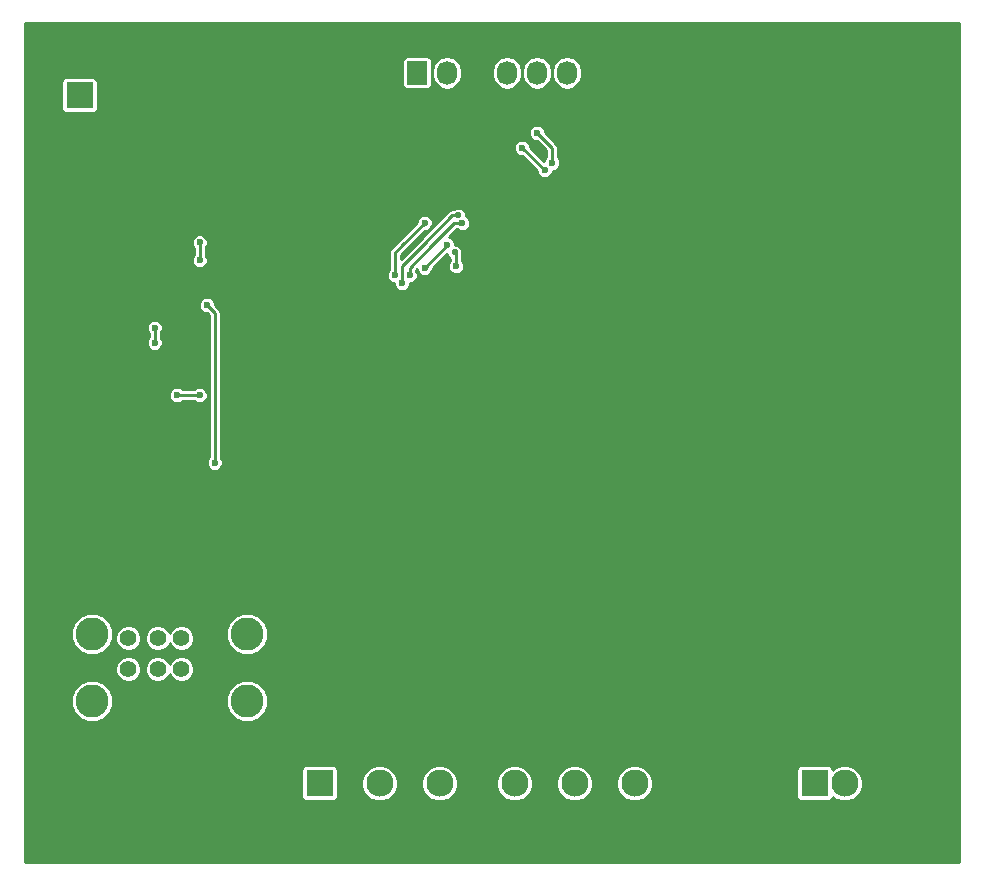
<source format=gbl>
G04 #@! TF.FileFunction,Copper,L2,Bot,Signal*
%FSLAX46Y46*%
G04 Gerber Fmt 4.6, Leading zero omitted, Abs format (unit mm)*
G04 Created by KiCad (PCBNEW 4.0.7) date Sun Dec 10 04:28:40 2017*
%MOMM*%
%LPD*%
G01*
G04 APERTURE LIST*
%ADD10C,0.127000*%
%ADD11C,2.300000*%
%ADD12R,2.300000X2.300000*%
%ADD13R,1.727200X2.032000*%
%ADD14O,1.727200X2.032000*%
%ADD15C,1.420000*%
%ADD16C,2.800000*%
%ADD17C,0.600000*%
%ADD18C,0.550000*%
%ADD19C,0.254000*%
G04 APERTURE END LIST*
D10*
D11*
X49530000Y7155000D03*
X44450000Y7155000D03*
X41910000Y7155000D03*
X46990000Y7155000D03*
X52070000Y7155000D03*
X54610000Y7155000D03*
X38100000Y7155000D03*
X35560000Y7155000D03*
X33020000Y7155000D03*
X30480000Y7155000D03*
X27940000Y7155000D03*
D12*
X25400000Y7155000D03*
X25400000Y7155000D03*
D11*
X27940000Y7155000D03*
X30480000Y7155000D03*
X33020000Y7155000D03*
X35560000Y7155000D03*
X38100000Y7155000D03*
D13*
X33655000Y67310000D03*
D14*
X36195000Y67310000D03*
X38735000Y67310000D03*
X41275000Y67310000D03*
X43815000Y67310000D03*
X46355000Y67310000D03*
D12*
X5080000Y65405000D03*
D11*
X7620000Y65405000D03*
D12*
X67310000Y7155000D03*
D11*
X69850000Y7155000D03*
X72390000Y7155000D03*
X74930000Y7155000D03*
D15*
X9200000Y19440005D03*
X11700000Y19440005D03*
X13700000Y19440005D03*
X16200000Y19440005D03*
X9200000Y16820005D03*
X11700000Y16820005D03*
X13700000Y16820005D03*
X16200000Y16820005D03*
D16*
X19270000Y14110005D03*
X19270000Y19790005D03*
X6130000Y19790005D03*
X6130000Y14110005D03*
D17*
X11430000Y45720000D03*
X11430000Y44450000D03*
X4000000Y53000000D03*
X7000000Y53000000D03*
X75000000Y59000000D03*
X41000000Y51000000D03*
X43523600Y51067364D03*
X39370000Y43815000D03*
X10160000Y46355000D03*
X9525000Y46355000D03*
X8890000Y46355000D03*
X8890000Y48895000D03*
X9525000Y48895000D03*
X10160000Y48895000D03*
X45085000Y44450000D03*
X36195000Y62230000D03*
X38735000Y61595000D03*
X39493838Y55680782D03*
X17780000Y48260000D03*
X12700000Y50165000D03*
X4445000Y53975000D03*
X18415000Y22860000D03*
X15240000Y26670000D03*
X34290000Y54610000D03*
X31750000Y50165000D03*
D18*
X37136400Y55245000D03*
D17*
X32385000Y49530000D03*
X37482196Y54576768D03*
X33020000Y50165000D03*
X42545000Y60960000D03*
X44450000Y59055000D03*
X43815000Y62230000D03*
X45085000Y59690000D03*
X13335000Y40005000D03*
X15240000Y40005000D03*
D18*
X36830000Y52102457D03*
D17*
X36965891Y50943656D03*
X34290000Y50800000D03*
X36195000Y52705000D03*
X15875000Y47625000D03*
X16510000Y34290000D03*
X15240000Y52949401D03*
X15240000Y51435000D03*
D19*
X11430000Y44450000D02*
X11430000Y45720000D01*
X32385000Y52705000D02*
X34290000Y54610000D01*
X31750000Y50165000D02*
X31750000Y52070000D01*
X31750000Y52070000D02*
X32385000Y52705000D01*
X34139100Y52738497D02*
X36645603Y55245000D01*
X36645603Y55245000D02*
X37136400Y55245000D01*
X32385000Y49530000D02*
X32385000Y50984397D01*
X32385000Y50984397D02*
X34139100Y52738497D01*
X34925000Y52705000D02*
X36796768Y54576768D01*
X36796768Y54576768D02*
X37482196Y54576768D01*
X34925000Y52705000D02*
X33020000Y50800000D01*
X33020000Y50800000D02*
X33020000Y50165000D01*
X44450000Y59055000D02*
X42545000Y60960000D01*
X45085000Y59690000D02*
X45085000Y60960000D01*
X45085000Y60960000D02*
X43815000Y62230000D01*
X15240000Y40005000D02*
X13335000Y40005000D01*
X36965891Y50943656D02*
X36965891Y51966566D01*
X36965891Y51966566D02*
X36830000Y52102457D01*
X36195000Y52705000D02*
X34290000Y50800000D01*
X16510000Y34290000D02*
X16510000Y46990000D01*
X16510000Y46990000D02*
X15875000Y47625000D01*
X15240000Y51435000D02*
X15240000Y52949401D01*
G36*
X79544000Y456000D02*
X456000Y456000D01*
X456000Y8305000D01*
X23861536Y8305000D01*
X23861536Y6005000D01*
X23888103Y5863810D01*
X23971546Y5734135D01*
X24098866Y5647141D01*
X24250000Y5616536D01*
X26550000Y5616536D01*
X26691190Y5643103D01*
X26820865Y5726546D01*
X26907859Y5853866D01*
X26938464Y6005000D01*
X26938464Y6851801D01*
X28948735Y6851801D01*
X29181325Y6288891D01*
X29611626Y5857838D01*
X30174129Y5624266D01*
X30783199Y5623735D01*
X31346109Y5856325D01*
X31777162Y6286626D01*
X32010734Y6849129D01*
X32010736Y6851801D01*
X34028735Y6851801D01*
X34261325Y6288891D01*
X34691626Y5857838D01*
X35254129Y5624266D01*
X35863199Y5623735D01*
X36426109Y5856325D01*
X36857162Y6286626D01*
X37090734Y6849129D01*
X37090736Y6851801D01*
X40378735Y6851801D01*
X40611325Y6288891D01*
X41041626Y5857838D01*
X41604129Y5624266D01*
X42213199Y5623735D01*
X42776109Y5856325D01*
X43207162Y6286626D01*
X43440734Y6849129D01*
X43440736Y6851801D01*
X45458735Y6851801D01*
X45691325Y6288891D01*
X46121626Y5857838D01*
X46684129Y5624266D01*
X47293199Y5623735D01*
X47856109Y5856325D01*
X48287162Y6286626D01*
X48520734Y6849129D01*
X48520736Y6851801D01*
X50538735Y6851801D01*
X50771325Y6288891D01*
X51201626Y5857838D01*
X51764129Y5624266D01*
X52373199Y5623735D01*
X52936109Y5856325D01*
X53367162Y6286626D01*
X53600734Y6849129D01*
X53601265Y7458199D01*
X53368675Y8021109D01*
X53085280Y8305000D01*
X65771536Y8305000D01*
X65771536Y6005000D01*
X65798103Y5863810D01*
X65881546Y5734135D01*
X66008866Y5647141D01*
X66160000Y5616536D01*
X68460000Y5616536D01*
X68601190Y5643103D01*
X68730865Y5726546D01*
X68817859Y5853866D01*
X68846146Y5993555D01*
X68981626Y5857838D01*
X69544129Y5624266D01*
X70153199Y5623735D01*
X70716109Y5856325D01*
X71147162Y6286626D01*
X71380734Y6849129D01*
X71381265Y7458199D01*
X71148675Y8021109D01*
X70718374Y8452162D01*
X70155871Y8685734D01*
X69546801Y8686265D01*
X68983891Y8453675D01*
X68846328Y8316352D01*
X68821897Y8446190D01*
X68738454Y8575865D01*
X68611134Y8662859D01*
X68460000Y8693464D01*
X66160000Y8693464D01*
X66018810Y8666897D01*
X65889135Y8583454D01*
X65802141Y8456134D01*
X65771536Y8305000D01*
X53085280Y8305000D01*
X52938374Y8452162D01*
X52375871Y8685734D01*
X51766801Y8686265D01*
X51203891Y8453675D01*
X50772838Y8023374D01*
X50539266Y7460871D01*
X50538735Y6851801D01*
X48520736Y6851801D01*
X48521265Y7458199D01*
X48288675Y8021109D01*
X47858374Y8452162D01*
X47295871Y8685734D01*
X46686801Y8686265D01*
X46123891Y8453675D01*
X45692838Y8023374D01*
X45459266Y7460871D01*
X45458735Y6851801D01*
X43440736Y6851801D01*
X43441265Y7458199D01*
X43208675Y8021109D01*
X42778374Y8452162D01*
X42215871Y8685734D01*
X41606801Y8686265D01*
X41043891Y8453675D01*
X40612838Y8023374D01*
X40379266Y7460871D01*
X40378735Y6851801D01*
X37090736Y6851801D01*
X37091265Y7458199D01*
X36858675Y8021109D01*
X36428374Y8452162D01*
X35865871Y8685734D01*
X35256801Y8686265D01*
X34693891Y8453675D01*
X34262838Y8023374D01*
X34029266Y7460871D01*
X34028735Y6851801D01*
X32010736Y6851801D01*
X32011265Y7458199D01*
X31778675Y8021109D01*
X31348374Y8452162D01*
X30785871Y8685734D01*
X30176801Y8686265D01*
X29613891Y8453675D01*
X29182838Y8023374D01*
X28949266Y7460871D01*
X28948735Y6851801D01*
X26938464Y6851801D01*
X26938464Y8305000D01*
X26911897Y8446190D01*
X26828454Y8575865D01*
X26701134Y8662859D01*
X26550000Y8693464D01*
X24250000Y8693464D01*
X24108810Y8666897D01*
X23979135Y8583454D01*
X23892141Y8456134D01*
X23861536Y8305000D01*
X456000Y8305000D01*
X456000Y13757296D01*
X4348691Y13757296D01*
X4619261Y13102467D01*
X5119827Y12601027D01*
X5774183Y12329315D01*
X6482709Y12328696D01*
X7137538Y12599266D01*
X7638978Y13099832D01*
X7910690Y13754188D01*
X7910692Y13757296D01*
X17488691Y13757296D01*
X17759261Y13102467D01*
X18259827Y12601027D01*
X18914183Y12329315D01*
X19622709Y12328696D01*
X20277538Y12599266D01*
X20778978Y13099832D01*
X21050690Y13754188D01*
X21051309Y14462714D01*
X20780739Y15117543D01*
X20280173Y15618983D01*
X19625817Y15890695D01*
X18917291Y15891314D01*
X18262462Y15620744D01*
X17761022Y15120178D01*
X17489310Y14465822D01*
X17488691Y13757296D01*
X7910692Y13757296D01*
X7911309Y14462714D01*
X7640739Y15117543D01*
X7140173Y15618983D01*
X6485817Y15890695D01*
X5777291Y15891314D01*
X5122462Y15620744D01*
X4621022Y15120178D01*
X4349310Y14465822D01*
X4348691Y13757296D01*
X456000Y13757296D01*
X456000Y16603944D01*
X8108811Y16603944D01*
X8274556Y16202810D01*
X8581191Y15895639D01*
X8982035Y15729195D01*
X9416061Y15728816D01*
X9817195Y15894561D01*
X10124366Y16201196D01*
X10290810Y16602040D01*
X10290811Y16603944D01*
X10608811Y16603944D01*
X10774556Y16202810D01*
X11081191Y15895639D01*
X11482035Y15729195D01*
X11916061Y15728816D01*
X12317195Y15894561D01*
X12624366Y16201196D01*
X12699980Y16383297D01*
X12774556Y16202810D01*
X13081191Y15895639D01*
X13482035Y15729195D01*
X13916061Y15728816D01*
X14317195Y15894561D01*
X14624366Y16201196D01*
X14790810Y16602040D01*
X14791189Y17036066D01*
X14625444Y17437200D01*
X14318809Y17744371D01*
X13917965Y17910815D01*
X13483939Y17911194D01*
X13082805Y17745449D01*
X12775634Y17438814D01*
X12700020Y17256713D01*
X12625444Y17437200D01*
X12318809Y17744371D01*
X11917965Y17910815D01*
X11483939Y17911194D01*
X11082805Y17745449D01*
X10775634Y17438814D01*
X10609190Y17037970D01*
X10608811Y16603944D01*
X10290811Y16603944D01*
X10291189Y17036066D01*
X10125444Y17437200D01*
X9818809Y17744371D01*
X9417965Y17910815D01*
X8983939Y17911194D01*
X8582805Y17745449D01*
X8275634Y17438814D01*
X8109190Y17037970D01*
X8108811Y16603944D01*
X456000Y16603944D01*
X456000Y19437296D01*
X4348691Y19437296D01*
X4619261Y18782467D01*
X5119827Y18281027D01*
X5774183Y18009315D01*
X6482709Y18008696D01*
X7137538Y18279266D01*
X7638978Y18779832D01*
X7823389Y19223944D01*
X8108811Y19223944D01*
X8274556Y18822810D01*
X8581191Y18515639D01*
X8982035Y18349195D01*
X9416061Y18348816D01*
X9817195Y18514561D01*
X10124366Y18821196D01*
X10290810Y19222040D01*
X10290811Y19223944D01*
X10608811Y19223944D01*
X10774556Y18822810D01*
X11081191Y18515639D01*
X11482035Y18349195D01*
X11916061Y18348816D01*
X12317195Y18514561D01*
X12624366Y18821196D01*
X12699980Y19003297D01*
X12774556Y18822810D01*
X13081191Y18515639D01*
X13482035Y18349195D01*
X13916061Y18348816D01*
X14317195Y18514561D01*
X14624366Y18821196D01*
X14790810Y19222040D01*
X14790997Y19437296D01*
X17488691Y19437296D01*
X17759261Y18782467D01*
X18259827Y18281027D01*
X18914183Y18009315D01*
X19622709Y18008696D01*
X20277538Y18279266D01*
X20778978Y18779832D01*
X21050690Y19434188D01*
X21051309Y20142714D01*
X20780739Y20797543D01*
X20280173Y21298983D01*
X19625817Y21570695D01*
X18917291Y21571314D01*
X18262462Y21300744D01*
X17761022Y20800178D01*
X17489310Y20145822D01*
X17488691Y19437296D01*
X14790997Y19437296D01*
X14791189Y19656066D01*
X14625444Y20057200D01*
X14318809Y20364371D01*
X13917965Y20530815D01*
X13483939Y20531194D01*
X13082805Y20365449D01*
X12775634Y20058814D01*
X12700020Y19876713D01*
X12625444Y20057200D01*
X12318809Y20364371D01*
X11917965Y20530815D01*
X11483939Y20531194D01*
X11082805Y20365449D01*
X10775634Y20058814D01*
X10609190Y19657970D01*
X10608811Y19223944D01*
X10290811Y19223944D01*
X10291189Y19656066D01*
X10125444Y20057200D01*
X9818809Y20364371D01*
X9417965Y20530815D01*
X8983939Y20531194D01*
X8582805Y20365449D01*
X8275634Y20058814D01*
X8109190Y19657970D01*
X8108811Y19223944D01*
X7823389Y19223944D01*
X7910690Y19434188D01*
X7911309Y20142714D01*
X7640739Y20797543D01*
X7140173Y21298983D01*
X6485817Y21570695D01*
X5777291Y21571314D01*
X5122462Y21300744D01*
X4621022Y20800178D01*
X4349310Y20145822D01*
X4348691Y19437296D01*
X456000Y19437296D01*
X456000Y39870135D01*
X12653882Y39870135D01*
X12757339Y39619748D01*
X12948741Y39428013D01*
X13198946Y39324118D01*
X13469865Y39323882D01*
X13720252Y39427339D01*
X13790034Y39497000D01*
X14784874Y39497000D01*
X14853741Y39428013D01*
X15103946Y39324118D01*
X15374865Y39323882D01*
X15625252Y39427339D01*
X15816987Y39618741D01*
X15920882Y39868946D01*
X15921118Y40139865D01*
X15817661Y40390252D01*
X15626259Y40581987D01*
X15376054Y40685882D01*
X15105135Y40686118D01*
X14854748Y40582661D01*
X14784966Y40513000D01*
X13790126Y40513000D01*
X13721259Y40581987D01*
X13471054Y40685882D01*
X13200135Y40686118D01*
X12949748Y40582661D01*
X12758013Y40391259D01*
X12654118Y40141054D01*
X12653882Y39870135D01*
X456000Y39870135D01*
X456000Y45585135D01*
X10748882Y45585135D01*
X10852339Y45334748D01*
X10922000Y45264966D01*
X10922000Y44905126D01*
X10853013Y44836259D01*
X10749118Y44586054D01*
X10748882Y44315135D01*
X10852339Y44064748D01*
X11043741Y43873013D01*
X11293946Y43769118D01*
X11564865Y43768882D01*
X11815252Y43872339D01*
X12006987Y44063741D01*
X12110882Y44313946D01*
X12111118Y44584865D01*
X12007661Y44835252D01*
X11938000Y44905034D01*
X11938000Y45264874D01*
X12006987Y45333741D01*
X12110882Y45583946D01*
X12111118Y45854865D01*
X12007661Y46105252D01*
X11816259Y46296987D01*
X11566054Y46400882D01*
X11295135Y46401118D01*
X11044748Y46297661D01*
X10853013Y46106259D01*
X10749118Y45856054D01*
X10748882Y45585135D01*
X456000Y45585135D01*
X456000Y47490135D01*
X15193882Y47490135D01*
X15297339Y47239748D01*
X15488741Y47048013D01*
X15738946Y46944118D01*
X15837547Y46944032D01*
X16002000Y46779579D01*
X16002000Y34745126D01*
X15933013Y34676259D01*
X15829118Y34426054D01*
X15828882Y34155135D01*
X15932339Y33904748D01*
X16123741Y33713013D01*
X16373946Y33609118D01*
X16644865Y33608882D01*
X16895252Y33712339D01*
X17086987Y33903741D01*
X17190882Y34153946D01*
X17191118Y34424865D01*
X17087661Y34675252D01*
X17018000Y34745034D01*
X17018000Y46990000D01*
X16979331Y47184403D01*
X16869211Y47349210D01*
X16556033Y47662387D01*
X16556118Y47759865D01*
X16452661Y48010252D01*
X16261259Y48201987D01*
X16011054Y48305882D01*
X15740135Y48306118D01*
X15489748Y48202661D01*
X15298013Y48011259D01*
X15194118Y47761054D01*
X15193882Y47490135D01*
X456000Y47490135D01*
X456000Y50030135D01*
X31068882Y50030135D01*
X31172339Y49779748D01*
X31363741Y49588013D01*
X31613946Y49484118D01*
X31703959Y49484040D01*
X31703882Y49395135D01*
X31807339Y49144748D01*
X31998741Y48953013D01*
X32248946Y48849118D01*
X32519865Y48848882D01*
X32770252Y48952339D01*
X32961987Y49143741D01*
X33065882Y49393946D01*
X33065960Y49483959D01*
X33154865Y49483882D01*
X33405252Y49587339D01*
X33596987Y49778741D01*
X33700882Y50028946D01*
X33701118Y50299865D01*
X33597661Y50550252D01*
X33543214Y50604794D01*
X33608887Y50670467D01*
X33608882Y50665135D01*
X33712339Y50414748D01*
X33903741Y50223013D01*
X34153946Y50119118D01*
X34424865Y50118882D01*
X34675252Y50222339D01*
X34866987Y50413741D01*
X34970882Y50663946D01*
X34970968Y50762548D01*
X36175955Y51967535D01*
X36273546Y51731348D01*
X36457891Y51546681D01*
X36457891Y51398782D01*
X36388904Y51329915D01*
X36285009Y51079710D01*
X36284773Y50808791D01*
X36388230Y50558404D01*
X36579632Y50366669D01*
X36829837Y50262774D01*
X37100756Y50262538D01*
X37351143Y50365995D01*
X37542878Y50557397D01*
X37646773Y50807602D01*
X37647009Y51078521D01*
X37543552Y51328908D01*
X37473891Y51398690D01*
X37473891Y51942511D01*
X37485886Y51971398D01*
X37486114Y52232371D01*
X37386454Y52473566D01*
X37202079Y52658263D01*
X36961059Y52758343D01*
X36876047Y52758417D01*
X36876118Y52839865D01*
X36772661Y53090252D01*
X36581259Y53281987D01*
X36331054Y53385882D01*
X36324308Y53385888D01*
X37007188Y54068768D01*
X37027070Y54068768D01*
X37095937Y53999781D01*
X37346142Y53895886D01*
X37617061Y53895650D01*
X37867448Y53999107D01*
X38059183Y54190509D01*
X38163078Y54440714D01*
X38163314Y54711633D01*
X38059857Y54962020D01*
X37868455Y55153755D01*
X37792348Y55185357D01*
X37792514Y55374914D01*
X37692854Y55616109D01*
X37508479Y55800806D01*
X37267459Y55900886D01*
X37006486Y55901114D01*
X36765291Y55801454D01*
X36716752Y55753000D01*
X36645603Y55753000D01*
X36451200Y55714331D01*
X36286393Y55604211D01*
X33779890Y53097707D01*
X32258000Y51575817D01*
X32258000Y51859580D01*
X32744211Y52345790D01*
X32744213Y52345793D01*
X34327387Y53928967D01*
X34424865Y53928882D01*
X34675252Y54032339D01*
X34866987Y54223741D01*
X34970882Y54473946D01*
X34971118Y54744865D01*
X34867661Y54995252D01*
X34676259Y55186987D01*
X34426054Y55290882D01*
X34155135Y55291118D01*
X33904748Y55187661D01*
X33713013Y54996259D01*
X33609118Y54746054D01*
X33609032Y54647452D01*
X32025793Y53064213D01*
X32025790Y53064211D01*
X31390790Y52429210D01*
X31280669Y52264403D01*
X31242000Y52070000D01*
X31242000Y50620126D01*
X31173013Y50551259D01*
X31069118Y50301054D01*
X31068882Y50030135D01*
X456000Y50030135D01*
X456000Y52814536D01*
X14558882Y52814536D01*
X14662339Y52564149D01*
X14732000Y52494367D01*
X14732000Y51890126D01*
X14663013Y51821259D01*
X14559118Y51571054D01*
X14558882Y51300135D01*
X14662339Y51049748D01*
X14853741Y50858013D01*
X15103946Y50754118D01*
X15374865Y50753882D01*
X15625252Y50857339D01*
X15816987Y51048741D01*
X15920882Y51298946D01*
X15921118Y51569865D01*
X15817661Y51820252D01*
X15748000Y51890034D01*
X15748000Y52494275D01*
X15816987Y52563142D01*
X15920882Y52813347D01*
X15921118Y53084266D01*
X15817661Y53334653D01*
X15626259Y53526388D01*
X15376054Y53630283D01*
X15105135Y53630519D01*
X14854748Y53527062D01*
X14663013Y53335660D01*
X14559118Y53085455D01*
X14558882Y52814536D01*
X456000Y52814536D01*
X456000Y60825135D01*
X41863882Y60825135D01*
X41967339Y60574748D01*
X42158741Y60383013D01*
X42408946Y60279118D01*
X42507548Y60279032D01*
X43768967Y59017613D01*
X43768882Y58920135D01*
X43872339Y58669748D01*
X44063741Y58478013D01*
X44313946Y58374118D01*
X44584865Y58373882D01*
X44835252Y58477339D01*
X45026987Y58668741D01*
X45130882Y58918946D01*
X45130960Y59008959D01*
X45219865Y59008882D01*
X45470252Y59112339D01*
X45661987Y59303741D01*
X45765882Y59553946D01*
X45766118Y59824865D01*
X45662661Y60075252D01*
X45593000Y60145034D01*
X45593000Y60960000D01*
X45554331Y61154403D01*
X45554331Y61154404D01*
X45444210Y61319210D01*
X44496033Y62267387D01*
X44496118Y62364865D01*
X44392661Y62615252D01*
X44201259Y62806987D01*
X43951054Y62910882D01*
X43680135Y62911118D01*
X43429748Y62807661D01*
X43238013Y62616259D01*
X43134118Y62366054D01*
X43133882Y62095135D01*
X43237339Y61844748D01*
X43428741Y61653013D01*
X43678946Y61549118D01*
X43777548Y61549032D01*
X44577000Y60749580D01*
X44577000Y60145126D01*
X44508013Y60076259D01*
X44404118Y59826054D01*
X44404112Y59819308D01*
X43226033Y60997387D01*
X43226118Y61094865D01*
X43122661Y61345252D01*
X42931259Y61536987D01*
X42681054Y61640882D01*
X42410135Y61641118D01*
X42159748Y61537661D01*
X41968013Y61346259D01*
X41864118Y61096054D01*
X41863882Y60825135D01*
X456000Y60825135D01*
X456000Y66555000D01*
X3541536Y66555000D01*
X3541536Y64255000D01*
X3568103Y64113810D01*
X3651546Y63984135D01*
X3778866Y63897141D01*
X3930000Y63866536D01*
X6230000Y63866536D01*
X6371190Y63893103D01*
X6500865Y63976546D01*
X6587859Y64103866D01*
X6618464Y64255000D01*
X6618464Y66555000D01*
X6591897Y66696190D01*
X6508454Y66825865D01*
X6381134Y66912859D01*
X6230000Y66943464D01*
X3930000Y66943464D01*
X3788810Y66916897D01*
X3659135Y66833454D01*
X3572141Y66706134D01*
X3541536Y66555000D01*
X456000Y66555000D01*
X456000Y68326000D01*
X32402936Y68326000D01*
X32402936Y66294000D01*
X32429503Y66152810D01*
X32512946Y66023135D01*
X32640266Y65936141D01*
X32791400Y65905536D01*
X34518600Y65905536D01*
X34659790Y65932103D01*
X34789465Y66015546D01*
X34876459Y66142866D01*
X34907064Y66294000D01*
X34907064Y67489769D01*
X34950400Y67489769D01*
X34950400Y67130231D01*
X35045140Y66653943D01*
X35314935Y66250166D01*
X35718712Y65980371D01*
X36195000Y65885631D01*
X36671288Y65980371D01*
X37075065Y66250166D01*
X37344860Y66653943D01*
X37439600Y67130231D01*
X37439600Y67489769D01*
X40030400Y67489769D01*
X40030400Y67130231D01*
X40125140Y66653943D01*
X40394935Y66250166D01*
X40798712Y65980371D01*
X41275000Y65885631D01*
X41751288Y65980371D01*
X42155065Y66250166D01*
X42424860Y66653943D01*
X42519600Y67130231D01*
X42519600Y67489769D01*
X42570400Y67489769D01*
X42570400Y67130231D01*
X42665140Y66653943D01*
X42934935Y66250166D01*
X43338712Y65980371D01*
X43815000Y65885631D01*
X44291288Y65980371D01*
X44695065Y66250166D01*
X44964860Y66653943D01*
X45059600Y67130231D01*
X45059600Y67489769D01*
X45110400Y67489769D01*
X45110400Y67130231D01*
X45205140Y66653943D01*
X45474935Y66250166D01*
X45878712Y65980371D01*
X46355000Y65885631D01*
X46831288Y65980371D01*
X47235065Y66250166D01*
X47504860Y66653943D01*
X47599600Y67130231D01*
X47599600Y67489769D01*
X47504860Y67966057D01*
X47235065Y68369834D01*
X46831288Y68639629D01*
X46355000Y68734369D01*
X45878712Y68639629D01*
X45474935Y68369834D01*
X45205140Y67966057D01*
X45110400Y67489769D01*
X45059600Y67489769D01*
X44964860Y67966057D01*
X44695065Y68369834D01*
X44291288Y68639629D01*
X43815000Y68734369D01*
X43338712Y68639629D01*
X42934935Y68369834D01*
X42665140Y67966057D01*
X42570400Y67489769D01*
X42519600Y67489769D01*
X42424860Y67966057D01*
X42155065Y68369834D01*
X41751288Y68639629D01*
X41275000Y68734369D01*
X40798712Y68639629D01*
X40394935Y68369834D01*
X40125140Y67966057D01*
X40030400Y67489769D01*
X37439600Y67489769D01*
X37344860Y67966057D01*
X37075065Y68369834D01*
X36671288Y68639629D01*
X36195000Y68734369D01*
X35718712Y68639629D01*
X35314935Y68369834D01*
X35045140Y67966057D01*
X34950400Y67489769D01*
X34907064Y67489769D01*
X34907064Y68326000D01*
X34880497Y68467190D01*
X34797054Y68596865D01*
X34669734Y68683859D01*
X34518600Y68714464D01*
X32791400Y68714464D01*
X32650210Y68687897D01*
X32520535Y68604454D01*
X32433541Y68477134D01*
X32402936Y68326000D01*
X456000Y68326000D01*
X456000Y71544000D01*
X79544000Y71544000D01*
X79544000Y456000D01*
X79544000Y456000D01*
G37*
X79544000Y456000D02*
X456000Y456000D01*
X456000Y8305000D01*
X23861536Y8305000D01*
X23861536Y6005000D01*
X23888103Y5863810D01*
X23971546Y5734135D01*
X24098866Y5647141D01*
X24250000Y5616536D01*
X26550000Y5616536D01*
X26691190Y5643103D01*
X26820865Y5726546D01*
X26907859Y5853866D01*
X26938464Y6005000D01*
X26938464Y6851801D01*
X28948735Y6851801D01*
X29181325Y6288891D01*
X29611626Y5857838D01*
X30174129Y5624266D01*
X30783199Y5623735D01*
X31346109Y5856325D01*
X31777162Y6286626D01*
X32010734Y6849129D01*
X32010736Y6851801D01*
X34028735Y6851801D01*
X34261325Y6288891D01*
X34691626Y5857838D01*
X35254129Y5624266D01*
X35863199Y5623735D01*
X36426109Y5856325D01*
X36857162Y6286626D01*
X37090734Y6849129D01*
X37090736Y6851801D01*
X40378735Y6851801D01*
X40611325Y6288891D01*
X41041626Y5857838D01*
X41604129Y5624266D01*
X42213199Y5623735D01*
X42776109Y5856325D01*
X43207162Y6286626D01*
X43440734Y6849129D01*
X43440736Y6851801D01*
X45458735Y6851801D01*
X45691325Y6288891D01*
X46121626Y5857838D01*
X46684129Y5624266D01*
X47293199Y5623735D01*
X47856109Y5856325D01*
X48287162Y6286626D01*
X48520734Y6849129D01*
X48520736Y6851801D01*
X50538735Y6851801D01*
X50771325Y6288891D01*
X51201626Y5857838D01*
X51764129Y5624266D01*
X52373199Y5623735D01*
X52936109Y5856325D01*
X53367162Y6286626D01*
X53600734Y6849129D01*
X53601265Y7458199D01*
X53368675Y8021109D01*
X53085280Y8305000D01*
X65771536Y8305000D01*
X65771536Y6005000D01*
X65798103Y5863810D01*
X65881546Y5734135D01*
X66008866Y5647141D01*
X66160000Y5616536D01*
X68460000Y5616536D01*
X68601190Y5643103D01*
X68730865Y5726546D01*
X68817859Y5853866D01*
X68846146Y5993555D01*
X68981626Y5857838D01*
X69544129Y5624266D01*
X70153199Y5623735D01*
X70716109Y5856325D01*
X71147162Y6286626D01*
X71380734Y6849129D01*
X71381265Y7458199D01*
X71148675Y8021109D01*
X70718374Y8452162D01*
X70155871Y8685734D01*
X69546801Y8686265D01*
X68983891Y8453675D01*
X68846328Y8316352D01*
X68821897Y8446190D01*
X68738454Y8575865D01*
X68611134Y8662859D01*
X68460000Y8693464D01*
X66160000Y8693464D01*
X66018810Y8666897D01*
X65889135Y8583454D01*
X65802141Y8456134D01*
X65771536Y8305000D01*
X53085280Y8305000D01*
X52938374Y8452162D01*
X52375871Y8685734D01*
X51766801Y8686265D01*
X51203891Y8453675D01*
X50772838Y8023374D01*
X50539266Y7460871D01*
X50538735Y6851801D01*
X48520736Y6851801D01*
X48521265Y7458199D01*
X48288675Y8021109D01*
X47858374Y8452162D01*
X47295871Y8685734D01*
X46686801Y8686265D01*
X46123891Y8453675D01*
X45692838Y8023374D01*
X45459266Y7460871D01*
X45458735Y6851801D01*
X43440736Y6851801D01*
X43441265Y7458199D01*
X43208675Y8021109D01*
X42778374Y8452162D01*
X42215871Y8685734D01*
X41606801Y8686265D01*
X41043891Y8453675D01*
X40612838Y8023374D01*
X40379266Y7460871D01*
X40378735Y6851801D01*
X37090736Y6851801D01*
X37091265Y7458199D01*
X36858675Y8021109D01*
X36428374Y8452162D01*
X35865871Y8685734D01*
X35256801Y8686265D01*
X34693891Y8453675D01*
X34262838Y8023374D01*
X34029266Y7460871D01*
X34028735Y6851801D01*
X32010736Y6851801D01*
X32011265Y7458199D01*
X31778675Y8021109D01*
X31348374Y8452162D01*
X30785871Y8685734D01*
X30176801Y8686265D01*
X29613891Y8453675D01*
X29182838Y8023374D01*
X28949266Y7460871D01*
X28948735Y6851801D01*
X26938464Y6851801D01*
X26938464Y8305000D01*
X26911897Y8446190D01*
X26828454Y8575865D01*
X26701134Y8662859D01*
X26550000Y8693464D01*
X24250000Y8693464D01*
X24108810Y8666897D01*
X23979135Y8583454D01*
X23892141Y8456134D01*
X23861536Y8305000D01*
X456000Y8305000D01*
X456000Y13757296D01*
X4348691Y13757296D01*
X4619261Y13102467D01*
X5119827Y12601027D01*
X5774183Y12329315D01*
X6482709Y12328696D01*
X7137538Y12599266D01*
X7638978Y13099832D01*
X7910690Y13754188D01*
X7910692Y13757296D01*
X17488691Y13757296D01*
X17759261Y13102467D01*
X18259827Y12601027D01*
X18914183Y12329315D01*
X19622709Y12328696D01*
X20277538Y12599266D01*
X20778978Y13099832D01*
X21050690Y13754188D01*
X21051309Y14462714D01*
X20780739Y15117543D01*
X20280173Y15618983D01*
X19625817Y15890695D01*
X18917291Y15891314D01*
X18262462Y15620744D01*
X17761022Y15120178D01*
X17489310Y14465822D01*
X17488691Y13757296D01*
X7910692Y13757296D01*
X7911309Y14462714D01*
X7640739Y15117543D01*
X7140173Y15618983D01*
X6485817Y15890695D01*
X5777291Y15891314D01*
X5122462Y15620744D01*
X4621022Y15120178D01*
X4349310Y14465822D01*
X4348691Y13757296D01*
X456000Y13757296D01*
X456000Y16603944D01*
X8108811Y16603944D01*
X8274556Y16202810D01*
X8581191Y15895639D01*
X8982035Y15729195D01*
X9416061Y15728816D01*
X9817195Y15894561D01*
X10124366Y16201196D01*
X10290810Y16602040D01*
X10290811Y16603944D01*
X10608811Y16603944D01*
X10774556Y16202810D01*
X11081191Y15895639D01*
X11482035Y15729195D01*
X11916061Y15728816D01*
X12317195Y15894561D01*
X12624366Y16201196D01*
X12699980Y16383297D01*
X12774556Y16202810D01*
X13081191Y15895639D01*
X13482035Y15729195D01*
X13916061Y15728816D01*
X14317195Y15894561D01*
X14624366Y16201196D01*
X14790810Y16602040D01*
X14791189Y17036066D01*
X14625444Y17437200D01*
X14318809Y17744371D01*
X13917965Y17910815D01*
X13483939Y17911194D01*
X13082805Y17745449D01*
X12775634Y17438814D01*
X12700020Y17256713D01*
X12625444Y17437200D01*
X12318809Y17744371D01*
X11917965Y17910815D01*
X11483939Y17911194D01*
X11082805Y17745449D01*
X10775634Y17438814D01*
X10609190Y17037970D01*
X10608811Y16603944D01*
X10290811Y16603944D01*
X10291189Y17036066D01*
X10125444Y17437200D01*
X9818809Y17744371D01*
X9417965Y17910815D01*
X8983939Y17911194D01*
X8582805Y17745449D01*
X8275634Y17438814D01*
X8109190Y17037970D01*
X8108811Y16603944D01*
X456000Y16603944D01*
X456000Y19437296D01*
X4348691Y19437296D01*
X4619261Y18782467D01*
X5119827Y18281027D01*
X5774183Y18009315D01*
X6482709Y18008696D01*
X7137538Y18279266D01*
X7638978Y18779832D01*
X7823389Y19223944D01*
X8108811Y19223944D01*
X8274556Y18822810D01*
X8581191Y18515639D01*
X8982035Y18349195D01*
X9416061Y18348816D01*
X9817195Y18514561D01*
X10124366Y18821196D01*
X10290810Y19222040D01*
X10290811Y19223944D01*
X10608811Y19223944D01*
X10774556Y18822810D01*
X11081191Y18515639D01*
X11482035Y18349195D01*
X11916061Y18348816D01*
X12317195Y18514561D01*
X12624366Y18821196D01*
X12699980Y19003297D01*
X12774556Y18822810D01*
X13081191Y18515639D01*
X13482035Y18349195D01*
X13916061Y18348816D01*
X14317195Y18514561D01*
X14624366Y18821196D01*
X14790810Y19222040D01*
X14790997Y19437296D01*
X17488691Y19437296D01*
X17759261Y18782467D01*
X18259827Y18281027D01*
X18914183Y18009315D01*
X19622709Y18008696D01*
X20277538Y18279266D01*
X20778978Y18779832D01*
X21050690Y19434188D01*
X21051309Y20142714D01*
X20780739Y20797543D01*
X20280173Y21298983D01*
X19625817Y21570695D01*
X18917291Y21571314D01*
X18262462Y21300744D01*
X17761022Y20800178D01*
X17489310Y20145822D01*
X17488691Y19437296D01*
X14790997Y19437296D01*
X14791189Y19656066D01*
X14625444Y20057200D01*
X14318809Y20364371D01*
X13917965Y20530815D01*
X13483939Y20531194D01*
X13082805Y20365449D01*
X12775634Y20058814D01*
X12700020Y19876713D01*
X12625444Y20057200D01*
X12318809Y20364371D01*
X11917965Y20530815D01*
X11483939Y20531194D01*
X11082805Y20365449D01*
X10775634Y20058814D01*
X10609190Y19657970D01*
X10608811Y19223944D01*
X10290811Y19223944D01*
X10291189Y19656066D01*
X10125444Y20057200D01*
X9818809Y20364371D01*
X9417965Y20530815D01*
X8983939Y20531194D01*
X8582805Y20365449D01*
X8275634Y20058814D01*
X8109190Y19657970D01*
X8108811Y19223944D01*
X7823389Y19223944D01*
X7910690Y19434188D01*
X7911309Y20142714D01*
X7640739Y20797543D01*
X7140173Y21298983D01*
X6485817Y21570695D01*
X5777291Y21571314D01*
X5122462Y21300744D01*
X4621022Y20800178D01*
X4349310Y20145822D01*
X4348691Y19437296D01*
X456000Y19437296D01*
X456000Y39870135D01*
X12653882Y39870135D01*
X12757339Y39619748D01*
X12948741Y39428013D01*
X13198946Y39324118D01*
X13469865Y39323882D01*
X13720252Y39427339D01*
X13790034Y39497000D01*
X14784874Y39497000D01*
X14853741Y39428013D01*
X15103946Y39324118D01*
X15374865Y39323882D01*
X15625252Y39427339D01*
X15816987Y39618741D01*
X15920882Y39868946D01*
X15921118Y40139865D01*
X15817661Y40390252D01*
X15626259Y40581987D01*
X15376054Y40685882D01*
X15105135Y40686118D01*
X14854748Y40582661D01*
X14784966Y40513000D01*
X13790126Y40513000D01*
X13721259Y40581987D01*
X13471054Y40685882D01*
X13200135Y40686118D01*
X12949748Y40582661D01*
X12758013Y40391259D01*
X12654118Y40141054D01*
X12653882Y39870135D01*
X456000Y39870135D01*
X456000Y45585135D01*
X10748882Y45585135D01*
X10852339Y45334748D01*
X10922000Y45264966D01*
X10922000Y44905126D01*
X10853013Y44836259D01*
X10749118Y44586054D01*
X10748882Y44315135D01*
X10852339Y44064748D01*
X11043741Y43873013D01*
X11293946Y43769118D01*
X11564865Y43768882D01*
X11815252Y43872339D01*
X12006987Y44063741D01*
X12110882Y44313946D01*
X12111118Y44584865D01*
X12007661Y44835252D01*
X11938000Y44905034D01*
X11938000Y45264874D01*
X12006987Y45333741D01*
X12110882Y45583946D01*
X12111118Y45854865D01*
X12007661Y46105252D01*
X11816259Y46296987D01*
X11566054Y46400882D01*
X11295135Y46401118D01*
X11044748Y46297661D01*
X10853013Y46106259D01*
X10749118Y45856054D01*
X10748882Y45585135D01*
X456000Y45585135D01*
X456000Y47490135D01*
X15193882Y47490135D01*
X15297339Y47239748D01*
X15488741Y47048013D01*
X15738946Y46944118D01*
X15837547Y46944032D01*
X16002000Y46779579D01*
X16002000Y34745126D01*
X15933013Y34676259D01*
X15829118Y34426054D01*
X15828882Y34155135D01*
X15932339Y33904748D01*
X16123741Y33713013D01*
X16373946Y33609118D01*
X16644865Y33608882D01*
X16895252Y33712339D01*
X17086987Y33903741D01*
X17190882Y34153946D01*
X17191118Y34424865D01*
X17087661Y34675252D01*
X17018000Y34745034D01*
X17018000Y46990000D01*
X16979331Y47184403D01*
X16869211Y47349210D01*
X16556033Y47662387D01*
X16556118Y47759865D01*
X16452661Y48010252D01*
X16261259Y48201987D01*
X16011054Y48305882D01*
X15740135Y48306118D01*
X15489748Y48202661D01*
X15298013Y48011259D01*
X15194118Y47761054D01*
X15193882Y47490135D01*
X456000Y47490135D01*
X456000Y50030135D01*
X31068882Y50030135D01*
X31172339Y49779748D01*
X31363741Y49588013D01*
X31613946Y49484118D01*
X31703959Y49484040D01*
X31703882Y49395135D01*
X31807339Y49144748D01*
X31998741Y48953013D01*
X32248946Y48849118D01*
X32519865Y48848882D01*
X32770252Y48952339D01*
X32961987Y49143741D01*
X33065882Y49393946D01*
X33065960Y49483959D01*
X33154865Y49483882D01*
X33405252Y49587339D01*
X33596987Y49778741D01*
X33700882Y50028946D01*
X33701118Y50299865D01*
X33597661Y50550252D01*
X33543214Y50604794D01*
X33608887Y50670467D01*
X33608882Y50665135D01*
X33712339Y50414748D01*
X33903741Y50223013D01*
X34153946Y50119118D01*
X34424865Y50118882D01*
X34675252Y50222339D01*
X34866987Y50413741D01*
X34970882Y50663946D01*
X34970968Y50762548D01*
X36175955Y51967535D01*
X36273546Y51731348D01*
X36457891Y51546681D01*
X36457891Y51398782D01*
X36388904Y51329915D01*
X36285009Y51079710D01*
X36284773Y50808791D01*
X36388230Y50558404D01*
X36579632Y50366669D01*
X36829837Y50262774D01*
X37100756Y50262538D01*
X37351143Y50365995D01*
X37542878Y50557397D01*
X37646773Y50807602D01*
X37647009Y51078521D01*
X37543552Y51328908D01*
X37473891Y51398690D01*
X37473891Y51942511D01*
X37485886Y51971398D01*
X37486114Y52232371D01*
X37386454Y52473566D01*
X37202079Y52658263D01*
X36961059Y52758343D01*
X36876047Y52758417D01*
X36876118Y52839865D01*
X36772661Y53090252D01*
X36581259Y53281987D01*
X36331054Y53385882D01*
X36324308Y53385888D01*
X37007188Y54068768D01*
X37027070Y54068768D01*
X37095937Y53999781D01*
X37346142Y53895886D01*
X37617061Y53895650D01*
X37867448Y53999107D01*
X38059183Y54190509D01*
X38163078Y54440714D01*
X38163314Y54711633D01*
X38059857Y54962020D01*
X37868455Y55153755D01*
X37792348Y55185357D01*
X37792514Y55374914D01*
X37692854Y55616109D01*
X37508479Y55800806D01*
X37267459Y55900886D01*
X37006486Y55901114D01*
X36765291Y55801454D01*
X36716752Y55753000D01*
X36645603Y55753000D01*
X36451200Y55714331D01*
X36286393Y55604211D01*
X33779890Y53097707D01*
X32258000Y51575817D01*
X32258000Y51859580D01*
X32744211Y52345790D01*
X32744213Y52345793D01*
X34327387Y53928967D01*
X34424865Y53928882D01*
X34675252Y54032339D01*
X34866987Y54223741D01*
X34970882Y54473946D01*
X34971118Y54744865D01*
X34867661Y54995252D01*
X34676259Y55186987D01*
X34426054Y55290882D01*
X34155135Y55291118D01*
X33904748Y55187661D01*
X33713013Y54996259D01*
X33609118Y54746054D01*
X33609032Y54647452D01*
X32025793Y53064213D01*
X32025790Y53064211D01*
X31390790Y52429210D01*
X31280669Y52264403D01*
X31242000Y52070000D01*
X31242000Y50620126D01*
X31173013Y50551259D01*
X31069118Y50301054D01*
X31068882Y50030135D01*
X456000Y50030135D01*
X456000Y52814536D01*
X14558882Y52814536D01*
X14662339Y52564149D01*
X14732000Y52494367D01*
X14732000Y51890126D01*
X14663013Y51821259D01*
X14559118Y51571054D01*
X14558882Y51300135D01*
X14662339Y51049748D01*
X14853741Y50858013D01*
X15103946Y50754118D01*
X15374865Y50753882D01*
X15625252Y50857339D01*
X15816987Y51048741D01*
X15920882Y51298946D01*
X15921118Y51569865D01*
X15817661Y51820252D01*
X15748000Y51890034D01*
X15748000Y52494275D01*
X15816987Y52563142D01*
X15920882Y52813347D01*
X15921118Y53084266D01*
X15817661Y53334653D01*
X15626259Y53526388D01*
X15376054Y53630283D01*
X15105135Y53630519D01*
X14854748Y53527062D01*
X14663013Y53335660D01*
X14559118Y53085455D01*
X14558882Y52814536D01*
X456000Y52814536D01*
X456000Y60825135D01*
X41863882Y60825135D01*
X41967339Y60574748D01*
X42158741Y60383013D01*
X42408946Y60279118D01*
X42507548Y60279032D01*
X43768967Y59017613D01*
X43768882Y58920135D01*
X43872339Y58669748D01*
X44063741Y58478013D01*
X44313946Y58374118D01*
X44584865Y58373882D01*
X44835252Y58477339D01*
X45026987Y58668741D01*
X45130882Y58918946D01*
X45130960Y59008959D01*
X45219865Y59008882D01*
X45470252Y59112339D01*
X45661987Y59303741D01*
X45765882Y59553946D01*
X45766118Y59824865D01*
X45662661Y60075252D01*
X45593000Y60145034D01*
X45593000Y60960000D01*
X45554331Y61154403D01*
X45554331Y61154404D01*
X45444210Y61319210D01*
X44496033Y62267387D01*
X44496118Y62364865D01*
X44392661Y62615252D01*
X44201259Y62806987D01*
X43951054Y62910882D01*
X43680135Y62911118D01*
X43429748Y62807661D01*
X43238013Y62616259D01*
X43134118Y62366054D01*
X43133882Y62095135D01*
X43237339Y61844748D01*
X43428741Y61653013D01*
X43678946Y61549118D01*
X43777548Y61549032D01*
X44577000Y60749580D01*
X44577000Y60145126D01*
X44508013Y60076259D01*
X44404118Y59826054D01*
X44404112Y59819308D01*
X43226033Y60997387D01*
X43226118Y61094865D01*
X43122661Y61345252D01*
X42931259Y61536987D01*
X42681054Y61640882D01*
X42410135Y61641118D01*
X42159748Y61537661D01*
X41968013Y61346259D01*
X41864118Y61096054D01*
X41863882Y60825135D01*
X456000Y60825135D01*
X456000Y66555000D01*
X3541536Y66555000D01*
X3541536Y64255000D01*
X3568103Y64113810D01*
X3651546Y63984135D01*
X3778866Y63897141D01*
X3930000Y63866536D01*
X6230000Y63866536D01*
X6371190Y63893103D01*
X6500865Y63976546D01*
X6587859Y64103866D01*
X6618464Y64255000D01*
X6618464Y66555000D01*
X6591897Y66696190D01*
X6508454Y66825865D01*
X6381134Y66912859D01*
X6230000Y66943464D01*
X3930000Y66943464D01*
X3788810Y66916897D01*
X3659135Y66833454D01*
X3572141Y66706134D01*
X3541536Y66555000D01*
X456000Y66555000D01*
X456000Y68326000D01*
X32402936Y68326000D01*
X32402936Y66294000D01*
X32429503Y66152810D01*
X32512946Y66023135D01*
X32640266Y65936141D01*
X32791400Y65905536D01*
X34518600Y65905536D01*
X34659790Y65932103D01*
X34789465Y66015546D01*
X34876459Y66142866D01*
X34907064Y66294000D01*
X34907064Y67489769D01*
X34950400Y67489769D01*
X34950400Y67130231D01*
X35045140Y66653943D01*
X35314935Y66250166D01*
X35718712Y65980371D01*
X36195000Y65885631D01*
X36671288Y65980371D01*
X37075065Y66250166D01*
X37344860Y66653943D01*
X37439600Y67130231D01*
X37439600Y67489769D01*
X40030400Y67489769D01*
X40030400Y67130231D01*
X40125140Y66653943D01*
X40394935Y66250166D01*
X40798712Y65980371D01*
X41275000Y65885631D01*
X41751288Y65980371D01*
X42155065Y66250166D01*
X42424860Y66653943D01*
X42519600Y67130231D01*
X42519600Y67489769D01*
X42570400Y67489769D01*
X42570400Y67130231D01*
X42665140Y66653943D01*
X42934935Y66250166D01*
X43338712Y65980371D01*
X43815000Y65885631D01*
X44291288Y65980371D01*
X44695065Y66250166D01*
X44964860Y66653943D01*
X45059600Y67130231D01*
X45059600Y67489769D01*
X45110400Y67489769D01*
X45110400Y67130231D01*
X45205140Y66653943D01*
X45474935Y66250166D01*
X45878712Y65980371D01*
X46355000Y65885631D01*
X46831288Y65980371D01*
X47235065Y66250166D01*
X47504860Y66653943D01*
X47599600Y67130231D01*
X47599600Y67489769D01*
X47504860Y67966057D01*
X47235065Y68369834D01*
X46831288Y68639629D01*
X46355000Y68734369D01*
X45878712Y68639629D01*
X45474935Y68369834D01*
X45205140Y67966057D01*
X45110400Y67489769D01*
X45059600Y67489769D01*
X44964860Y67966057D01*
X44695065Y68369834D01*
X44291288Y68639629D01*
X43815000Y68734369D01*
X43338712Y68639629D01*
X42934935Y68369834D01*
X42665140Y67966057D01*
X42570400Y67489769D01*
X42519600Y67489769D01*
X42424860Y67966057D01*
X42155065Y68369834D01*
X41751288Y68639629D01*
X41275000Y68734369D01*
X40798712Y68639629D01*
X40394935Y68369834D01*
X40125140Y67966057D01*
X40030400Y67489769D01*
X37439600Y67489769D01*
X37344860Y67966057D01*
X37075065Y68369834D01*
X36671288Y68639629D01*
X36195000Y68734369D01*
X35718712Y68639629D01*
X35314935Y68369834D01*
X35045140Y67966057D01*
X34950400Y67489769D01*
X34907064Y67489769D01*
X34907064Y68326000D01*
X34880497Y68467190D01*
X34797054Y68596865D01*
X34669734Y68683859D01*
X34518600Y68714464D01*
X32791400Y68714464D01*
X32650210Y68687897D01*
X32520535Y68604454D01*
X32433541Y68477134D01*
X32402936Y68326000D01*
X456000Y68326000D01*
X456000Y71544000D01*
X79544000Y71544000D01*
X79544000Y456000D01*
M02*

</source>
